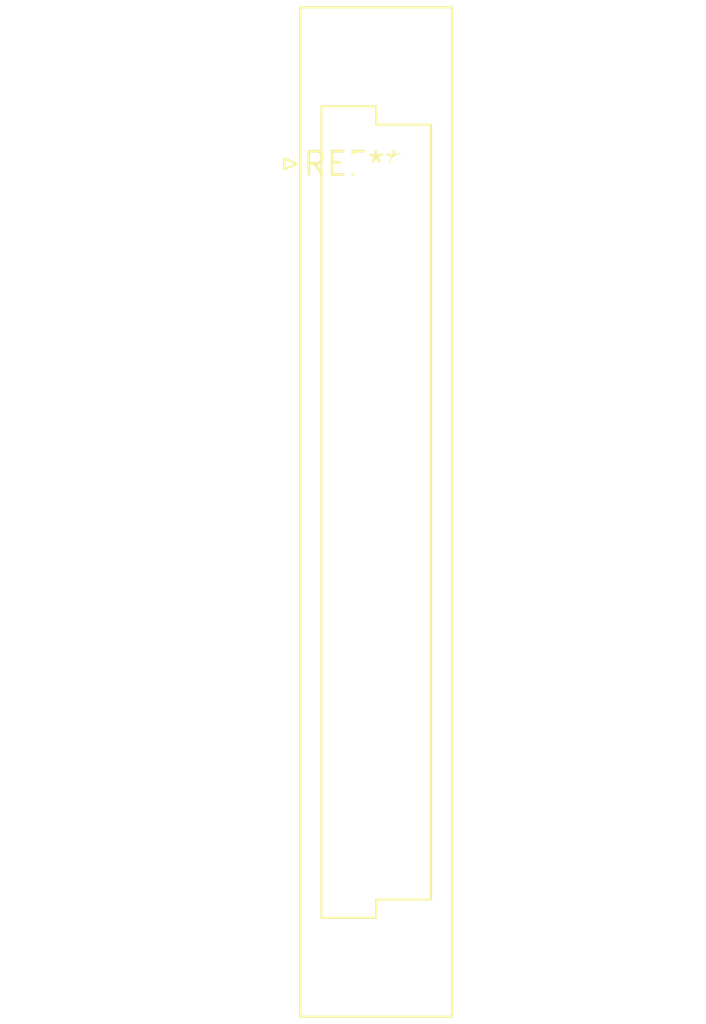
<source format=kicad_pcb>
(kicad_pcb (version 20240108) (generator pcbnew)
  (layers (0 "F.Cu" signal) (31 "B.Cu" signal) (34 "B.Paste" user) (35 "F.Paste" user) (36 "B.SilkS" user "B.Silkscreen") (37 "F.SilkS" user "F.Silkscreen") (38 "B.Mask" user) (39 "F.Mask" user) (44 "Edge.Cuts" user))
  (net 0 "")
  (footprint "DIN41612_B2_2x16_Female_Vertical_THT" (layer "F.Cu") (at 0 0)
    (property "Reference" "REF**")
    (property "Value" "DIN41612_B2_2x16_Female_Vertical_THT")
    (fp_line (start -3.76 -0.3) (end -3.76 0.3) (layer "F.SilkS") (stroke (width 0.12)))
    (fp_line (start -3.76 0.3) (end -3.08 0) (layer "F.SilkS") (stroke (width 0.12)))
    (fp_line (start -3.08 0) (end -3.76 -0.3) (layer "F.SilkS") (stroke (width 0.12)))
    (fp_line (start -2.89 -8.56) (end 5.43 -8.56) (layer "F.SilkS") (stroke (width 0.12)))
    (fp_line (start -2.89 46.66) (end -2.89 -8.56) (layer "F.SilkS") (stroke (width 0.12)))
    (fp_line (start -1.73 -3.15) (end 1.27 -3.15) (layer "F.SilkS") (stroke (width 0.12)))
    (fp_line (start -1.73 41.25) (end -1.73 -3.15) (layer "F.SilkS") (stroke (width 0.12)))
    (fp_line (start 1.27 -3.15) (end 1.27 -2.15) (layer "F.SilkS") (stroke (width 0.12)))
    (fp_line (start 1.27 -2.15) (end 4.27 -2.15) (layer "F.SilkS") (stroke (width 0.12)))
    (fp_line (start 1.27 40.25) (end 1.27 41.25) (layer "F.SilkS") (stroke (width 0.12)))
    (fp_line (start 1.27 41.25) (end -1.73 41.25) (layer "F.SilkS") (stroke (width 0.12)))
    (fp_line (start 4.27 -2.15) (end 4.27 40.25) (layer "F.SilkS") (stroke (width 0.12)))
    (fp_line (start 4.27 40.25) (end 1.27 40.25) (layer "F.SilkS") (stroke (width 0.12)))
    (fp_line (start 5.43 -8.56) (end 5.43 46.66) (layer "F.SilkS") (stroke (width 0.12)))
    (fp_line (start 5.43 46.66) (end -2.89 46.66) (layer "F.SilkS") (stroke (width 0.12)))
    (pad "" np_thru_hole circle (at 2.24 -5.95) (size 2.85 2.85) (drill 2.85) (layers *.Cu *.Mask))
    (pad "" np_thru_hole circle (at 2.24 44.05) (size 2.85 2.85) (drill 2.85) (layers *.Cu *.Mask))
    (pad "a1" thru_hole roundrect (at 0 0) (size 1.55 1.55) (drill 1) (layers *.Cu *.Mask) (remove_unused_layers) (roundrect_rratio 0.16129))
    (pad "a2" thru_hole circle (at 0 2.54) (size 1.55 1.55) (drill 1) (layers *.Cu *.Mask) (remove_unused_layers))
    (pad "a3" thru_hole circle (at 0 5.08) (size 1.55 1.55) (drill 1) (layers *.Cu *.Mask) (remove_unused_layers))
    (pad "a4" thru_hole circle (at 0 7.62) (size 1.55 1.55) (drill 1) (layers *.Cu *.Mask) (remove_unused_layers))
    (pad "a5" thru_hole circle (at 0 10.16) (size 1.55 1.55) (drill 1) (layers *.Cu *.Mask) (remove_unused_layers))
    (pad "a6" thru_hole circle (at 0 12.7) (size 1.55 1.55) (drill 1) (layers *.Cu *.Mask) (remove_unused_layers))
    (pad "a7" thru_hole circle (at 0 15.24) (size 1.55 1.55) (drill 1) (layers *.Cu *.Mask) (remove_unused_layers))
    (pad "a8" thru_hole circle (at 0 17.78) (size 1.55 1.55) (drill 1) (layers *.Cu *.Mask) (remove_unused_layers))
    (pad "a9" thru_hole circle (at 0 20.32) (size 1.55 1.55) (drill 1) (layers *.Cu *.Mask) (remove_unused_layers))
    (pad "a10" thru_hole circle (at 0 22.86) (size 1.55 1.55) (drill 1) (layers *.Cu *.Mask) (remove_unused_layers))
    (pad "a11" thru_hole circle (at 0 25.4) (size 1.55 1.55) (drill 1) (layers *.Cu *.Mask) (remove_unused_layers))
    (pad "a12" thru_hole circle (at 0 27.94) (size 1.55 1.55) (drill 1) (layers *.Cu *.Mask) (remove_unused_layers))
    (pad "a13" thru_hole circle (at 0 30.48) (size 1.55 1.55) (drill 1) (layers *.Cu *.Mask) (remove_unused_layers))
    (pad "a14" thru_hole circle (at 0 33.02) (size 1.55 1.55) (drill 1) (layers *.Cu *.Mask) (remove_unused_layers))
    (pad "a15" thru_hole circle (at 0 35.56) (size 1.55 1.55) (drill 1) (layers *.Cu *.Mask) (remove_unused_layers))
    (pad "a16" thru_hole circle (at 0 38.1) (size 1.55 1.55) (drill 1) (layers *.Cu *.Mask) (remove_unused_layers))
    (pad "b1" thru_hole circle (at 2.54 0) (size 1.55 1.55) (drill 1) (layers *.Cu *.Mask) (remove_unused_layers))
    (pad "b2" thru_hole circle (at 2.54 2.54) (size 1.55 1.55) (drill 1) (layers *.Cu *.Mask) (remove_unused_layers))
    (pad "b3" thru_hole circle (at 2.54 5.08) (size 1.55 1.55) (drill 1) (layers *.Cu *.Mask) (remove_unused_layers))
    (pad "b4" thru_hole circle (at 2.54 7.62) (size 1.55 1.55) (drill 1) (layers *.Cu *.Mask) (remove_unused_layers))
    (pad "b5" thru_hole circle (at 2.54 10.16) (size 1.55 1.55) (drill 1) (layers *.Cu *.Mask) (remove_unused_layers))
    (pad "b6" thru_hole circle (at 2.54 12.7) (size 1.55 1.55) (drill 1) (layers *.Cu *.Mask) (remove_unused_layers))
    (pad "b7" thru_hole circle (at 2.54 15.24) (size 1.55 1.55) (drill 1) (layers *.Cu *.Mask) (remove_unused_layers))
    (pad "b8" thru_hole circle (at 2.54 17.78) (size 1.55 1.55) (drill 1) (layers *.Cu *.Mask) (remove_unused_layers))
    (pad "b9" thru_hole circle (at 2.54 20.32) (size 1.55 1.55) (drill 1) (layers *.Cu *.Mask) (remove_unused_layers))
    (pad "b10" thru_hole circle (at 2.54 22.86) (size 1.55 1.55) (drill 1) (layers *.Cu *.Mask) (remove_unused_layers))
    (pad "b11" thru_hole circle (at 2.54 25.4) (size 1.55 1.55) (drill 1) (layers *.Cu *.Mask) (remove_unused_layers))
    (pad "b12" thru_hole circle (at 2.54 27.94) (size 1.55 1.55) (drill 1) (layers *.Cu *.Mask) (remove_unused_layers))
    (pad "b13" thru_hole circle (at 2.54 30.48) (size 1.55 1.55) (drill 1) (layers *.Cu *.Mask) (remove_unused_layers))
    (pad "b14" thru_hole circle (at 2.54 33.02) (size 1.55 1.55) (drill 1) (layers *.Cu *.Mask) (remove_unused_layers))
    (pad "b15" thru_hole circle (at 2.54 35.56) (size 1.55 1.55) (drill 1) (layers *.Cu *.Mask) (remove_unused_layers))
    (pad "b16" thru_hole circle (at 2.54 38.1) (size 1.55 1.55) (drill 1) (layers *.Cu *.Mask) (remove_unused_layers))
  )
)
</source>
